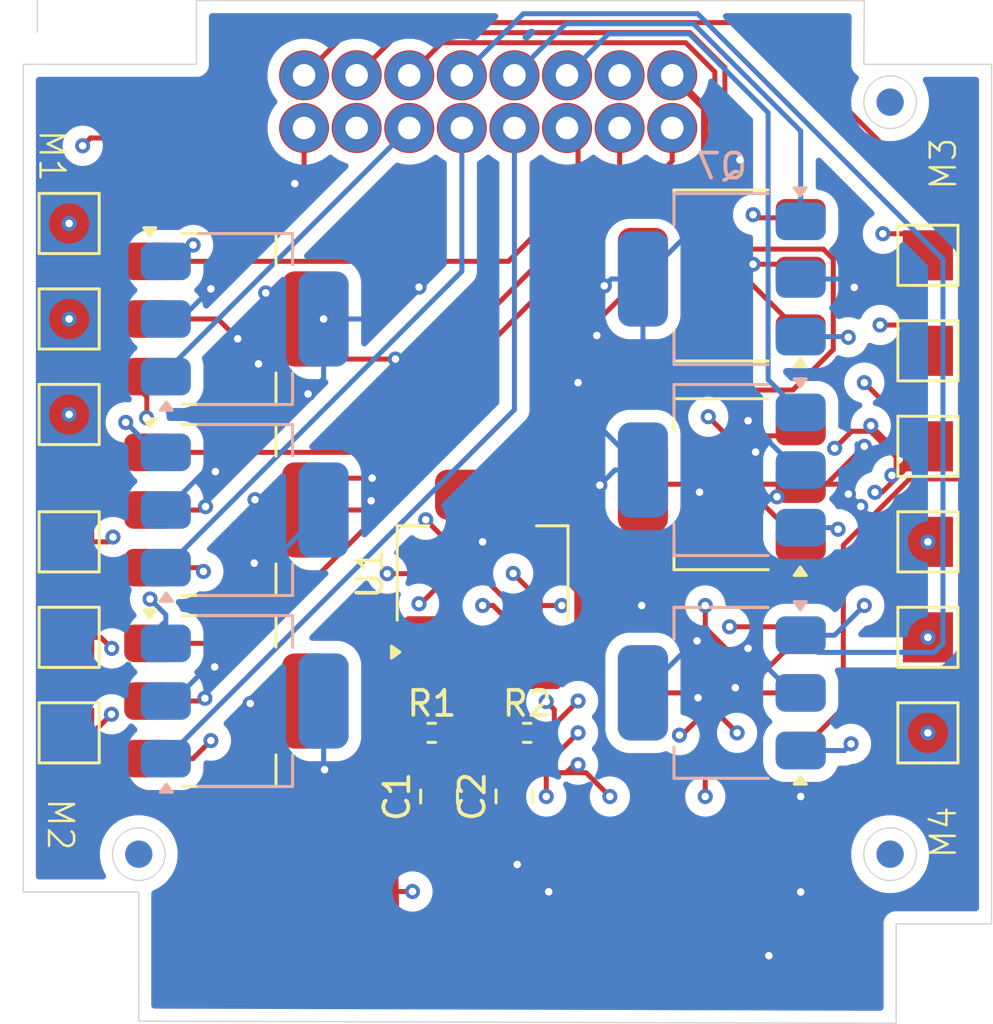
<source format=kicad_pcb>
(kicad_pcb (version 20241229) (generator "pcbnew") (generator_version "9.0")
  (layers (0 "F.Cu" signal) (4 "In1.Cu" signal) (6 "In2.Cu" signal) (8 "In3.Cu" signal) (10 "In4.Cu" signal) (2 "B.Cu" power) (13 "F.Paste" user) (15 "B.Paste" user) (5 "F.SilkS" user "F.Silkscreen") (7 "B.SilkS" user "B.Silkscreen") (1 "F.Mask" user) (3 "B.Mask" user) (25 "Edge.Cuts" user))
  (net 0 "")
  (net 1 "M1-1")
  (net 2 "GND")
  (net 3 "M1-2")
  (net 4 "M1-3")
  (net 5 "M2-1")
  (net 6 "M2-2")
  (net 7 "M2-3")
  (net 8 "M3-1")
  (net 9 "M3-2")
  (net 10 "M3-4")
  (net 11 "M4-1")
  (net 12 "M4-2")
  (net 13 "M4-3")
  (net 14 "+BATT")
  (net 15 "+3.3V")
  (net 16 "Net-(U1-ADJ)")
  (net 18 "PHASE A")
  (net 19 "PHASE B")
  (net 20 "PHASE C")
  (net 21 "PHASE F")
  (net 22 "PHASE D")
  (net 23 "PHASE E")
  (net 24 "PHASE K")
  (net 25 "PHASE I")
  (net 26 "PHASE J")
  (net 27 "PHASE H")
  (net 28 "PHASE G")
  (net 29 "PHASE L")
  (footprint "TestPoint:TestPoint_Pad_2.0x2.0mm" (layer "F.Cu") (at 172.72 96.52)
    (property "Reference" "J10" (hide yes))
    (property "Value" "Conn_01x01_Socket" (hide yes))
  )
  (footprint "Capacitor_SMD:C_0805_2012Metric" (layer "F.Cu") (at 156.21 118.11 90)
    (property "Reference" "C2")
    (property "Value" "C")
  )
  (footprint "TestPoint:TestPoint_Pad_2.0x2.0mm" (layer "F.Cu") (at 138.43 107.95)
    (property "Reference" "J4" (hide yes))
    (property "Value" "Conn_01x01_Socket" (hide yes))
  )
  (footprint "Capacitor_SMD:C_0805_2012Metric" (layer "F.Cu") (at 153.2 118.11 90)
    (property "Reference" "C1")
    (property "Value" "C")
  )
  (footprint "MIC4426YM:100nF Cap is returning!!!!!" (layer "F.Cu") (at 147.81 89.34)
    (property "Reference" "J1" (hide yes))
    (property "Value" "Conn_01x16_Pin" (hide yes))
  )
  (footprint "MIC4426YM:POWERPAD" (layer "F.Cu") (at 148.59 121.92)
    (property "Reference" "J2" (hide yes))
    (property "Value" "Conn_01x01_Socket" (hide yes))
  )
  (footprint "TestPoint:TestPoint_Pad_2.0x2.0mm" (layer "F.Cu") (at 138.43 95.25)
    (property "Reference" "J7" (hide yes))
    (property "Value" "Conn_01x01_Socket" (hide yes))
  )
  (footprint "Package_TO_SOT_SMD:SOT-223-3_TabPin2" (layer "F.Cu") (at 164.49 105.65 180)
    (property "Reference" "Q11" (hide yes))
    (property "Value" "BUK9832-55A" (hide yes))
  )
  (footprint "TestPoint:TestPoint_Pad_2.0x2.0mm" (layer "F.Cu") (at 172.72 115.57)
    (property "Reference" "J11" (hide yes))
    (property "Value" "Conn_01x01_Socket" (hide yes))
  )
  (footprint "MIC4426YM:POWERPAD" (layer "F.Cu") (at 161.29 121.92)
    (property "Reference" "J15" (hide yes))
    (property "Value" "Conn_01x01_Socket" (hide yes))
  )
  (footprint "TestPoint:TestPoint_Pad_2.0x2.0mm" (layer "F.Cu") (at 138.43 99.06)
    (property "Reference" "J6" (hide yes))
    (property "Value" "Conn_01x01_Socket" (hide yes))
  )
  (footprint "TestPoint:TestPoint_Pad_2.0x2.0mm" (layer "F.Cu") (at 172.72 107.95)
    (property "Reference" "J14" (hide yes))
    (property "Value" "Conn_01x01_Socket" (hide yes))
  )
  (footprint "Resistor_SMD:R_0402_1005Metric" (layer "F.Cu") (at 152.91 115.57)
    (property "Reference" "R1")
    (property "Value" "R")
  )
  (footprint "Package_TO_SOT_SMD:SOT-223-3_TabPin2" (layer "F.Cu") (at 154.94 109.22 90)
    (property "Reference" "U1")
    (property "Value" "AMS1117" (hide yes))
  )
  (footprint "TestPoint:TestPoint_Pad_2.0x2.0mm" (layer "F.Cu") (at 138.43 115.57)
    (property "Reference" "J5" (hide yes))
    (property "Value" "Conn_01x01_Socket" (hide yes))
  )
  (footprint "TestPoint:TestPoint_Pad_2.0x2.0mm" (layer "F.Cu") (at 138.43 111.76)
    (property "Reference" "J3" (hide yes))
    (property "Value" "Conn_01x01_Socket" (hide yes))
  )
  (footprint "TestPoint:TestPoint_Pad_2.0x2.0mm" (layer "F.Cu") (at 172.72 111.76)
    (property "Reference" "J9" (hide yes))
    (property "Value" "Conn_01x01_Socket" (hide yes))
  )
  (footprint "TestPoint:TestPoint_Pad_2.0x2.0mm" (layer "F.Cu") (at 138.43 102.87)
    (property "Reference" "J8" (hide yes))
    (property "Value" "Conn_01x01_Socket" (hide yes))
  )
  (footprint "Package_TO_SOT_SMD:SOT-223-3_TabPin2" (layer "F.Cu") (at 144.78 114.3)
    (property "Reference" "Q3" (hide yes))
    (property "Value" "BUK9832-55A" (hide yes))
  )
  (footprint "TestPoint:TestPoint_Pad_2.0x2.0mm" (layer "F.Cu") (at 172.72 100.33)
    (property "Reference" "J12" (hide yes))
    (property "Value" "Conn_01x01_Socket" (hide yes))
  )
  (footprint "TestPoint:TestPoint_Pad_2.0x2.0mm" (layer "F.Cu") (at 172.72 104.14)
    (property "Reference" "J13" (hide yes))
    (property "Value" "Conn_01x01_Socket" (hide yes))
  )
  (footprint "Package_TO_SOT_SMD:SOT-223-3_TabPin2" (layer "F.Cu") (at 164.49 97.325 180)
    (property "Reference" "Q10" (hide yes))
    (property "Value" "BUK9832-55A" (hide yes))
  )
  (footprint "Package_TO_SOT_SMD:SOT-223-3_TabPin2" (layer "F.Cu") (at 164.49 113.975 180)
    (property "Reference" "Q12" (hide yes))
    (property "Value" "BUK9832-55A" (hide yes))
  )
  (footprint "Resistor_SMD:R_0402_1005Metric" (layer "F.Cu") (at 156.72 115.57)
    (property "Reference" "R2")
    (property "Value" "R")
  )
  (footprint "Package_TO_SOT_SMD:SOT-223-3_TabPin2" (layer "F.Cu") (at 144.78 99.06)
    (property "Reference" "Q2" (hide yes))
    (property "Value" "BUK9832-55A" (hide yes))
  )
  (footprint "Package_TO_SOT_SMD:SOT-223-3_TabPin2" (layer "F.Cu") (at 144.78 106.68)
    (property "Reference" "Q1" (hide yes))
    (property "Value" "BUK9832-55A" (hide yes))
  )
  (footprint "Package_TO_SOT_SMD:SOT-223-3_TabPin2" (layer "B.Cu") (at 164.49 97.465 180)
    (property "Reference" "Q7")
    (property "Value" "BUK9832-55A" (hide yes))
  )
  (footprint "Package_TO_SOT_SMD:SOT-223-3_TabPin2" (layer "B.Cu") (at 145.44 106.68)
    (property "Reference" "Q6" (hide yes))
    (property "Value" "BUK9832-55A" (hide yes))
  )
  (footprint "Package_TO_SOT_SMD:SOT-223-3_TabPin2" (layer "B.Cu") (at 164.49 113.975 180)
    (property "Reference" "Q9" (hide yes))
    (property "Value" "BUK9832-55A" (hide yes))
  )
  (footprint "Package_TO_SOT_SMD:SOT-223-3_TabPin2" (layer "B.Cu") (at 145.44 114.3)
    (property "Reference" "Q5" (hide yes))
    (property "Value" "BUK9832-55A" (hide yes))
  )
  (footprint "Package_TO_SOT_SMD:SOT-223-3_TabPin2" (layer "B.Cu") (at 145.44 99.06)
    (property "Reference" "Q4" (hide yes))
    (property "Value" "BUK9832-55A" (hide yes))
  )
  (footprint "Package_TO_SOT_SMD:SOT-223-3_TabPin2" (layer "B.Cu") (at 164.49 105.085 180)
    (property "Reference" "Q8" (hide yes))
    (property "Value" "BUK9832-55A" (hide yes))
  )
  (gr_line (start 175.26 88.9) (end 170.16 88.9) (stroke (width 0.05)) (layer "Edge.Cuts"))
  (gr_line (start 137.16 86.36) (end 137.16 87.63) (stroke (width 0.05)) (layer "Edge.Cuts"))
  (gr_line (start 171.45 125.73) (end 171.45 123.19) (stroke (width 0.05)) (layer "Edge.Cuts"))
  (gr_line (start 137.43 121.92) (end 136.6 121.92) (stroke (width 0.05)) (layer "Edge.Cuts"))
  (gr_line (start 170.16 88.9) (end 170.18 86.36) (stroke (width 0.05)) (layer "Edge.Cuts"))
  (gr_line (start 171.45 127.16) (end 141.21 127.07) (stroke (width 0.05)) (layer "Edge.Cuts"))
  (gr_line (start 137.43 88.9) (end 136.6 88.9) (stroke (width 0.05)) (layer "Edge.Cuts"))
  (gr_circle (center 171.21 120.41) (end 172.26 120.41) (stroke (width 0.05)) (fill no) (layer "Edge.Cuts"))
  (gr_line (start 171.45 123.19) (end 175.26 123.19) (stroke (width 0.05)) (layer "Edge.Cuts"))
  (gr_circle (center 141.21 120.41) (end 142.26 120.41) (stroke (width 0.05)) (fill no) (layer "Edge.Cuts"))
  (gr_circle (center 171.21 90.41) (end 172.26 90.41) (stroke (width 0.05)) (fill no) (layer "Edge.Cuts"))
  (gr_line (start 137.43 121.92) (end 141.21 121.92) (stroke (width 0.05)) (layer "Edge.Cuts"))
  (gr_line (start 143.51 86.36) (end 143.51 88.9) (stroke (width 0.05)) (layer "Edge.Cuts"))
  (gr_line (start 170.18 86.36) (end 143.51 86.36) (stroke (width 0.05)) (layer "Edge.Cuts"))
  (gr_line (start 136.6 88.9) (end 136.6 121.92) (stroke (width 0.05)) (layer "Edge.Cuts"))
  (gr_line (start 141.21 127.07) (end 141.21 125.73) (stroke (width 0.05)) (layer "Edge.Cuts"))
  (gr_line (start 171.45 125.73) (end 171.45 127.16) (stroke (width 0.05)) (layer "Edge.Cuts"))
  (gr_line (start 143.51 88.9) (end 137.16 88.9) (stroke (width 0.05)) (layer "Edge.Cuts"))
  (gr_line (start 175.26 123.19) (end 175.26 88.9) (stroke (width 0.05)) (layer "Edge.Cuts"))
  (gr_line (start 141.21 121.92) (end 141.21 125.73) (stroke (width 0.05)) (layer "Edge.Cuts"))
  (gr_text "M2\n\n" (at 135.89 118.11 270) (layer "F.SilkS") (effects (font (size 1 1) (thickness 0.1)) (justify left bottom)))
  (gr_text "M4\n" (at 173.92 120.65 90) (layer "F.SilkS") (effects (font (size 1 1) (thickness 0.1)) (justify left bottom)))
  (gr_text "M1" (at 137.16 91.44 270) (layer "F.SilkS") (effects (font (size 1 1) (thickness 0.1)) (justify left bottom)))
  (gr_text "M3" (at 173.92 93.98 90) (layer "F.SilkS") (effects (font (size 1 1) (thickness 0.1)) (justify left bottom)))
  (segment (start 141.63 104.38) (end 149.62 104.38) (width 0.2) (layer "F.Cu") (net 1))
  (segment (start 160.41 93.59) (end 160.41 91.44) (width 0.2) (layer "F.Cu") (net 1))
  (segment (start 149.62 104.38) (end 160.41 93.59) (width 0.2) (layer "F.Cu") (net 1))
  (segment (start 161.29 121.92) (end 167.64 121.92) (width 0.2) (layer "F.Cu") (net 2))
  (segment (start 147.93 99.06) (end 148.59 99.06) (width 0.2) (layer "F.Cu") (net 2))
  (segment (start 147.93 106.68) (end 146.26 106.68) (width 0.2) (layer "F.Cu") (net 2))
  (segment (start 141.63 114.3) (end 143.74147 114.3) (width 0.2) (layer "F.Cu") (net 2))
  (segment (start 163.28 105.65) (end 163.6 105.97) (width 0.2) (layer "F.Cu") (net 2))
  (segment (start 167.64 105.65) (end 165.9071 105.65) (width 0.2) (layer "F.Cu") (net 2))
  (segment (start 167.64 97.325) (end 167.190472 96.875472) (width 0.2) (layer "F.Cu") (net 2))
  (segment (start 147.81 91.44) (end 147.81 93.29) (width 0.2) (layer "F.Cu") (net 2))
  (segment (start 161.29 121.92) (end 163.83 121.92) (width 0.2) (layer "F.Cu") (net 2))
  (segment (start 157.59 121.92) (end 157.58 121.91) (width 0.2) (layer "F.Cu") (net 2))
  (segment (start 167.197131 105.65) (end 166.69283 106.154301) (width 0.2) (layer "F.Cu") (net 2))
  (segment (start 149.2 105.41) (end 150.53 105.41) (width 0.2) (layer "F.Cu") (net 2))
  (segment (start 141.63 99.06) (end 144.37 99.06) (width 0.2) (layer "F.Cu") (net 2))
  (segment (start 145.76 114.3) (end 145.66 114.4) (width 0.2) (layer "F.Cu") (net 2))
  (segment (start 141.63 106.68) (end 143.74147 106.68) (width 0.2) (layer "F.Cu") (net 2))
  (segment (start 147.93 106.68) (end 149.2 105.41) (width 0.2) (layer "F.Cu") (net 2))
  (segment (start 156.21 120.71) (end 156.32 120.82) (width 0.2) (layer "F.Cu") (net 2))
  (segment (start 149.529265 100.659265) (end 151.459265 100.659265) (width 0.2) (layer "F.Cu") (net 2))
  (segment (start 147.93 114.3) (end 145.76 114.3) (width 0.2) (layer "F.Cu") (net 2))
  (segment (start 156.21 119.06) (end 156.21 120.71) (width 0.2) (layer "F.Cu") (net 2))
  (segment (start 163.83 121.92) (end 167.64 118.11) (width 0.2) (layer "F.Cu") (net 2))
  (segment (start 146.889265 98.019265) (end 146.279265 98.019265) (width 0.2) (layer "F.Cu") (net 2))
  (segment (start 145.16 99.85) (end 145.16 99.82) (width 0.2) (layer "F.Cu") (net 2))
  (segment (start 159.5 99.165) (end 159.5 99.72) (width 0.2) (layer "F.Cu") (net 2))
  (segment (start 161.34 113.975) (end 163.345 113.975) (width 0.2) (layer "F.Cu") (net 2))
  (segment (start 163.83 121.92) (end 166.37 124.46) (width 0.2) (layer "F.Cu") (net 2))
  (segment (start 167.64 105.65) (end 169.15 105.65) (width 0.2) (layer "F.Cu") (net 2))
  (segment (start 157.236 115.576) (end 157.23 115.57) (width 0.2) (layer "F.Cu") (net 2))
  (segment (start 146.14 100.85) (end 145.99 100.85) (width 0.2) (layer "F.Cu") (net 2))
  (segment (start 161.29 121.92) (end 157.59 121.92) (width 0.2) (layer "F.Cu") (net 2))
  (segment (start 167.64 113.975) (end 165.235 113.975) (width 0.2) (layer "F.Cu") (net 2))
  (segment (start 165.235 113.975) (end 165.03 113.77) (width 0.2) (layer "F.Cu") (net 2))
  (segment (start 147.81 93.29) (end 147.44 93.66) (width 0.2) (layer "F.Cu") (net 2))
  (segment (start 150.121528 106.68) (end 150.488785 106.312743) (width 0.2) (layer "F.Cu") (net 2))
  (segment (start 161.34 105.65) (end 161.34 110.44) (width 0.2) (layer "F.Cu") (net 2))
  (segment (start 161.34 105.65) (end 163.28 105.65) (width 0.2) (layer "F.Cu") (net 2))
  (segment (start 161.34 97.325) (end 159.5 99.165) (width 0.2) (layer "F.Cu") (net 2))
  (segment (start 167.64 105.65) (end 167.197131 105.65) (width 0.2) (layer "F.Cu") (net 2))
  (segment (start 147.93 99.06) (end 146.14 100.85) (width 0.2) (layer "F.Cu") (net 2))
  (segment (start 147.93 99.06) (end 149.529265 100.659265) (width 0.2) (layer "F.Cu") (net 2))
  (segment (start 165.84 105.5829) (end 165.84 104.37) (width 0.2) (layer "F.Cu") (net 2))
  (segment (start 161.34 110.44) (end 161.29 110.49) (width 0.2) (layer "F.Cu") (net 2))
  (segment (start 168.67 105.65) (end 170.18 104.14) (width 0.2) (layer "F.Cu") (net 2))
  (segment (start 143.74147 114.3) (end 143.850735 114.190735) (width 0.2) (layer "F.Cu") (net 2))
  (segment (start 169.15 105.65) (end 170.039285 106.539285) (width 0.2) (layer "F.Cu") (net 2))
  (segment (start 147.93 99.06) (end 146.889265 98.019265) (width 0.2) (layer "F.Cu") (net 2))
  (segment (start 167.190472 96.875472) (end 165.739 96.875472) (width 0.2) (layer "F.Cu") (net 2))
  (segment (start 165.9071 105.65) (end 165.84 105.5829) (width 0.2) (layer "F.Cu") (net 2))
  (segment (start 147.93 106.68) (end 150.121528 106.68) (width 0.2) (layer "F.Cu") (net 2))
  (segment (start 144.37 99.06) (end 145.16 99.85) (width 0.2) (layer "F.Cu") (net 2))
  (segment (start 167.64 105.65) (end 168.67 105.65) (width 0.2) (layer "F.Cu") (net 2))
  (segment (start 163.345 113.975) (end 163.54 114.17) (width 0.2) (layer "F.Cu") (net 2))
  (segment (start 146.26 106.68) (end 145.849265 106.269265) (width 0.2) (layer "F.Cu") (net 2))
  (segment (start 143.74147 106.68) (end 143.875735 106.545735) (width 0.2) (layer "F.Cu") (net 2))
  (via (at 145.66 114.4) (size 0.6) (drill 0.3) (layers "F.Cu" "B.Cu") (net 2))
  (via (at 170.18 104.14) (size 0.6) (drill 0.3) (layers "F.Cu" "B.Cu") (net 2))
  (via (at 145.99 100.85) (size 0.6) (drill 0.3) (layers "F.Cu" "B.Cu") (net 2))
  (via (at 152.4 97.79) (size 0.6) (drill 0.3) (layers "F.Cu" "B.Cu") (net 2))
  (via (at 167.64 121.92) (size 0.6) (drill 0.3) (layers "F.Cu" "B.Cu") (net 2))
  (via (at 165.54 103.12) (size 0.6) (drill 0.3) (layers "F.Cu" "B.Cu") (net 2))
  (via (at 169.545 106.045) (size 0.6) (drill 0.3) (layers "F.Cu" "B.Cu") (net 2))
  (via (at 169.78 97.8) (size 0.6) (drill 0.3) (layers "F.Cu" "B.Cu") (net 2))
  (via (at 144.24 112.94) (size 0.6) (drill 0.3) (layers "F.Cu" "B.Cu") (net 2))
  (via (at 161.29 110.49) (size 0.6) (drill 0.3) (layers "F.Cu" "B.Cu") (net 2))
  (via (at 146.279265 98.019265) (size 0.6) (drill 0.3) (layers "F.Cu" "B.Cu") (net 2))
  (via (at 150.53 105.41) (size 0.6) (drill 0.3) (layers "F.Cu" "B.Cu") (net 2))
  (via (at 165.84 104.37) (size 0.6) (drill 0.3) (layers "F.Cu" "B.Cu") (net 2))
  (via (at 143.850735 114.190735) (size 0.6) (drill 0.3) (layers "F.Cu" "B.Cu") (net 2))
  (via (at 159.5 99.72) (size 0.6) (drill 0.3) (layers "F.Cu" "B.Cu") (net 2))
  (via (at 147.44 93.66) (size 0.6) (drill 0.3) (layers "F.Cu" "B.Cu") (net 2))
  (via (at 145.16 99.85) (size 0.6) (drill 0.3) (layers "F.Cu" "B.Cu") (net 2))
  (via (at 165.739 96.875472) (size 0.6) (drill 0.3) (layers "F.Cu" "B.Cu") (net 2))
  (via (at 166.69283 106.154301) (size 0.6) (drill 0.3) (layers "F.Cu" "B.Cu") (net 2))
  (via (at 147.97 102.05) (size 0.6) (drill 0.3) (layers "F.Cu" "B.Cu") (net 2))
  (via (at 165.03 113.77) (size 0.6) (drill 0.3) (layers "F.Cu" "B.Cu") (net 2))
  (via (at 170.039285 106.539285) (size 0.6) (drill 0.3) (layers "F.Cu" "B.Cu") (net 2))
  (via (at 151.459265 100.659265) (size 0.6) (drill 0.3) (layers "F.Cu" "B.Cu") (net 2))
  (via (at 167.64 118.11) (size 0.6) (drill 0.3) (layers "F.Cu" "B.Cu") (net 2))
  (via (at 158.75 101.6) (size 0.6) (drill 0.3) (layers "F.Cu" "B.Cu") (net 2))
  (via (at 144.27 105.15) (size 0.6) (drill 0.3) (layers "F.Cu" "B.Cu") (net 2))
  (via (at 159.62 105.69) (size 0.6) (drill 0.3) (layers "F.Cu" "B.Cu") (net 2))
  (via (at 154.94 107.95) (size 0.6) (drill 0.3) (layers "F.Cu" "B.Cu") (net 2))
  (via (at 165.54 112.2) (size 0.6) (drill 0.3) (layers "F.Cu" "B.Cu") (net 2))
  (via (at 150.488785 106.312743) (size 0.6) (drill 0.3) (layers "F.Cu" "B.Cu") (net 2))
  (via (at 143.875735 106.545735) (size 0.6) (drill 0.3) (layers "F.Cu" "B.Cu") (net 2))
  (via (at 165.213 92.71) (size 0.6) (drill 0.3) (layers "F.Cu" "B.Cu") (net 2))
  (via (at 163.6 105.97) (size 0.6) (drill 0.3) (layers "F.Cu" "B.Cu") (net 2))
  (via (at 163.54 114.17) (size 0.6) (drill 0.3) (layers "F.Cu" "B.Cu") (net 2))
  (via (at 166.37 124.46) (size 0.6) (drill 0.3) (layers "F.Cu" "B.Cu") (net 2))
  (via (at 144.09 97.86) (size 0.6) (drill 0.3) (layers "F.Cu" "B.Cu") (net 2))
  (via (at 148.59 99.06) (size 0.6) (drill 0.3) (layers "F.Cu" "B.Cu") (net 2))
  (via (at 157.58 121.91) (size 0.6) (drill 0.3) (layers "F.Cu" "B.Cu") (net 2))
  (via (at 163.5 111.9) (size 0.6) (drill 0.3) (layers "F.Cu" "B.Cu") (net 2))
  (via (at 148.63 117.04) (size 0.6) (drill 0.3) (layers "F.Cu" "B.Cu") (net 2))
  (via (at 156.32 120.82) (size 0.6) (drill 0.3) (layers "F.Cu" "B.Cu") (net 2))
  (via (at 159.8 97.74) (size 0.6) (drill 0.3) (layers "F.Cu" "B.Cu") (net 2))
  (via (at 145.849265 106.269265) (size 0.6) (drill 0.3) (layers "F.Cu" "B.Cu") (net 2))
  (via (at 145.82 108.8) (size 0.6) (drill 0.3) (layers "F.Cu" "B.Cu") (net 2))
  (segment (start 161.34 101.55) (end 154.94 107.95) (width 0.2) (layer "B.Cu") (net 2))
  (segment (start 148.59 114.3) (end 148.59 117) (width 0.2) (layer "B.Cu") (net 2))
  (segment (start 142.89 99.06) (end 144.09 97.86) (width 0.2) (layer "B.Cu") (net 2))
  (segment (start 158.75 102.495) (end 158.75 101.6) (width 0.2) (layer "B.Cu") (net 2))
  (segment (start 161.34 97.465) (end 160.075 97.465) (width 0.2) (layer "B.Cu") (net 2))
  (segment (start 161.34 97.465) (end 165.213 93.592) (width 0.2) (layer "B.Cu") (net 2))
  (segment (start 167.64 97.465) (end 169.445 97.465) (width 0.2) (layer "B.Cu") (net 2))
  (segment (start 161.34 97.465) (end 161.34 101.55) (width 0.2) (layer "B.Cu") (net 2))
  (segment (start 142.29 99.06) (end 142.89 99.06) (width 0.2) (layer "B.Cu") (net 2))
  (segment (start 151.13 99.06) (end 152.4 97.79) (width 0.2) (layer "B.Cu") (net 2))
  (segment (start 148.59 101.43) (end 147.97 102.05) (width 0.2) (layer "B.Cu") (net 2))
  (segment (start 143.82 105.15) (end 144.27 105.15) (width 0.2) (layer "B.Cu") (net 2))
  (segment (start 142.59 114.3) (end 142.29 114.3) (width 0.2) (layer "B.Cu") (net 2))
  (segment (start 167.64 113.975) (end 167.315 113.975) (width 0.2) (layer "B.Cu") (net 2))
  (segment (start 167.505 105.085) (end 165.54 103.12) (width 0.2) (layer "B.Cu") (net 2))
  (segment (start 161.34 113.975) (end 163.415 111.9) (width 0.2) (layer "B.Cu") (net 2))
  (segment (start 148.59 106.68) (end 146.47 108.8) (width 0.2) (layer "B.Cu") (net 2))
  (segment (start 160.225 105.085) (end 159.62 105.69) (width 0.2) (layer "B.Cu") (net 2))
  (segment (start 169.445 97.465) (end 169.78 97.8) (width 0.2) (layer "B.Cu") (net 2))
  (segment (start 167.315 113.975) (end 165.54 112.2) (width 0.2) (layer "B.Cu") (net 2))
  (segment (start 144.24 112.94) (end 143.95 112.94) (width 0.2) (layer "B.Cu") (net 2))
  (segment (start 161.34 105.085) (end 160.225 105.085) (width 0.2) (layer "B.Cu") (net 2))
  (segment (start 146.47 108.8) (end 145.82 108.8) (width 0.2) (layer "B.Cu") (net 2))
  (segment (start 148.59 99.06) (end 151.13 99.06) (width 0.2) (layer "B.Cu") (net 2))
  (segment (start 167.64 105.085) (end 167.64 105.65) (width 0.2) (layer "B.Cu") (net 2))
  (segment (start 142.29 106.68) (end 143.82 105.15) (width 0.2) (layer "B.Cu") (net 2))
  (segment (start 165.213 93.592) (end 165.213 92.71) (width 0.2) (layer "B.Cu") (net 2))
  (segment (start 148.59 117) (end 148.63 117.04) (width 0.2) (layer "B.Cu") (net 2))
  (segment (start 148.59 99.06) (end 148.59 101.43) (width 0.2) (layer "B.Cu") (net 2))
  (segment (start 143.95 112.94) (end 142.59 114.3) (width 0.2) (layer "B.Cu") (net 2))
  (segment (start 163.415 111.9) (end 163.5 111.9) (width 0.2) (layer "B.Cu") (net 2))
  (segment (start 161.34 105.085) (end 158.75 102.495) (width 0.2) (layer "B.Cu") (net 2))
  (segment (start 160.075 97.465) (end 159.8 97.74) (width 0.2) (layer "B.Cu") (net 2))
  (segment (start 167.64 105.085) (end 167.505 105.085) (width 0.2) (layer "B.Cu") (net 2))
  (segment (start 141.63 96.76) (end 155.97 96.76) (width 0.2) (layer "F.Cu") (net 3))
  (segment (start 158.75 93.98) (end 158.75 91.88) (width 0.2) (layer "F.Cu") (net 3))
  (segment (start 155.97 96.76) (end 158.75 93.98) (width 0.2) (layer "F.Cu") (net 3))
  (segment (start 158.75 91.88) (end 158.31 91.44) (width 0.2) (layer "F.Cu") (net 3))
  (segment (start 145.650058 112) (end 151.13 106.520058) (width 0.2) (layer "F.Cu") (net 4))
  (segment (start 162.51 92.76) (end 162.51 91.44) (width 0.2) (layer "F.Cu") (net 4))
  (segment (start 151.13 104.14) (end 162.51 92.76) (width 0.2) (layer "F.Cu") (net 4))
  (segment (start 151.13 106.520058) (end 151.13 104.14) (width 0.2) (layer "F.Cu") (net 4))
  (segment (start 141.63 112) (end 145.650058 112) (width 0.2) (layer "F.Cu") (net 4))
  (segment (start 142.29 101.16) (end 152.01 91.44) (width 0.2) (layer "B.Cu") (net 5))
  (segment (start 156.21 102.68) (end 156.21 91.44) (width 0.2) (layer "B.Cu") (net 6))
  (segment (start 142.29 116.6) (end 156.21 102.68) (width 0.2) (layer "B.Cu") (net 6))
  (segment (start 154.11 97.16) (end 154.11 91.44) (width 0.2) (layer "B.Cu") (net 7))
  (segment (start 142.29 108.98) (end 154.11 97.16) (width 0.2) (layer "B.Cu") (net 7))
  (segment (start 167.64 91.563083) (end 163.361417 87.2845) (width 0.2) (layer "B.Cu") (net 8))
  (segment (start 158.2655 87.2845) (end 156.21 89.34) (width 0.2) (layer "B.Cu") (net 8))
  (segment (start 163.361417 87.2845) (end 158.2655 87.2845) (width 0.2) (layer "B.Cu") (net 8))
  (segment (start 167.64 95.165) (end 167.64 91.563083) (width 0.2) (layer "B.Cu") (net 8))
  (segment (start 166.339 90.829183) (end 166.339 101.484) (width 0.2) (layer "B.Cu") (net 9))
  (segment (start 166.339 101.484) (end 167.64 102.785) (width 0.2) (layer "B.Cu") (net 9))
  (segment (start 158.31 89.34) (end 159.9645 87.6855) (width 0.2) (layer "B.Cu") (net 9))
  (segment (start 159.9645 87.6855) (end 163.195317 87.6855) (width 0.2) (layer "B.Cu") (net 9))
  (segment (start 163.195317 87.6855) (end 166.339 90.829183) (width 0.2) (layer "B.Cu") (net 9))
  (via (at 170.18 110.49) (size 0.6) (drill 0.3) (layers "F.Cu" "B.Cu") (net 10))
  (segment (start 173.321 112.008943) (end 173.321 96.676983) (width 0.2) (layer "B.Cu") (net 10))
  (segment (start 168.326 112.361) (end 172.968943 112.361) (width 0.2) (layer "B.Cu") (net 10))
  (segment (start 172.968943 112.361) (end 173.321 112.008943) (width 0.2) (layer "B.Cu") (net 10))
  (segment (start 163.527517 86.8835) (end 156.5665 86.8835) (width 0.2) (layer "B.Cu") (net 10))
  (segment (start 168.995 111.675) (end 170.18 110.49) (width 0.2) (layer "B.Cu") (net 10))
  (segment (start 173.321 96.676983) (end 163.527517 86.8835) (width 0.2) (layer "B.Cu") (net 10))
  (segment (start 156.5665 86.8835) (end 154.11 89.34) (width 0.2) (layer "B.Cu") (net 10))
  (segment (start 167.64 111.675) (end 168.995 111.675) (width 0.2) (layer "B.Cu") (net 10))
  (segment (start 167.64 99.625) (end 164.212 96.197) (width 0.2) (layer "F.Cu") (net 11))
  (segment (start 164.212 89.202108) (end 163.048892 88.039) (width 0.2) (layer "F.Cu") (net 11))
  (segment (start 164.212 96.197) (end 164.212 89.202108) (width 0.2) (layer "F.Cu") (net 11))
  (segment (start 153.311 88.039) (end 152.01 89.34) (width 0.2) (layer "F.Cu") (net 11))
  (segment (start 163.048892 88.039) (end 153.311 88.039) (width 0.2) (layer "F.Cu") (net 11))
  (segment (start 167.64 107.95) (end 161.58355 101.89355) (width 0.2) (layer "F.Cu") (net 12))
  (segment (start 164.8561 96.274) (end 164.613 96.0309) (width 0.2) (layer "F.Cu") (net 12))
  (segment (start 167.327458 101.89355) (end 168.941 100.280008) (width 0.2) (layer "F.Cu") (net 12))
  (segment (start 151.612 87.638) (end 149.91 89.34) (width 0.2) (layer "F.Cu") (net 12))
  (segment (start 164.613 89.036008) (end 163.214992 87.638) (width 0.2) (layer "F.Cu") (net 12))
  (segment (start 164.613 96.0309) (end 164.613 89.036008) (width 0.2) (layer "F.Cu") (net 12))
  (segment (start 161.58355 101.89355) (end 167.327458 101.89355) (width 0.2) (layer "F.Cu") (net 12))
  (segment (start 168.941 96.669992) (end 168.545008 96.274) (width 0.2) (layer "F.Cu") (net 12))
  (segment (start 168.545008 96.274) (end 164.8561 96.274) (width 0.2) (layer "F.Cu") (net 12))
  (segment (start 163.214992 87.638) (end 151.612 87.638) (width 0.2) (layer "F.Cu") (net 12))
  (segment (start 168.941 100.280008) (end 168.941 96.669992) (width 0.2) (layer "F.Cu") (net 12))
  (segment (start 169.342 114.573) (end 169.342 108.0851) (width 0.2) (layer "F.Cu") (net 13))
  (segment (start 167.64 116.275) (end 169.342 114.573) (width 0.2) (layer "F.Cu") (net 13))
  (segment (start 149.913 87.237) (end 147.81 89.34) (width 0.2) (layer "F.Cu") (net 13))
  (segment (start 166.039 87.237) (end 149.913 87.237) (width 0.2) (layer "F.Cu") (net 13))
  (segment (start 174.021 95.219) (end 166.039 87.237) (width 0.2) (layer "F.Cu") (net 13))
  (segment (start 171.9861 105.441) (end 174.021 105.441) (width 0.2) (layer "F.Cu") (net 13))
  (segment (start 174.021 105.441) (end 174.021 95.219) (width 0.2) (layer "F.Cu") (net 13))
  (segment (start 169.342 108.0851) (end 171.9861 105.441) (width 0.2) (layer "F.Cu") (net 13))
  (segment (start 157.24 112.37) (end 155.36 110.49) (width 0.2) (layer "F.Cu") (net 14))
  (segment (start 157.48 117.16) (end 158.28 117.16) (width 0.2) (layer "F.Cu") (net 14))
  (segment (start 156.088242 110.49) (end 154.879121 109.280879) (width 0.2) (layer "F.Cu") (net 14))
  (segment (start 158.36 117.08) (end 158.6 116.84) (width 0.2) (layer "F.Cu") (net 14))
  (segment (start 159.07 117.16) (end 160.02 118.11) (width 0.2) (layer "F.Cu") (net 14))
  (segment (start 156.21 117.16) (end 157.48 117.16) (width 0.2) (layer "F.Cu") (net 14))
  (segment (start 154.879121 109.280879) (end 152.668385 107.070143) (width 0.2) (layer "F.Cu") (net 14))
  (segment (start 157.48 116.84) (end 157.801 116.519) (width 0.2) (layer "F.Cu") (net 14))
  (segment (start 157.801 115.57) (end 157.801 115.249) (width 0.2) (layer "F.Cu") (net 14))
  (segment (start 157.24 112.37) (end 157.24 110.49) (width 0.2) (layer "F.Cu") (net 14))
  (segment (start 154.818242 109.22) (end 153.67 109.22) (width 0.2) (layer "F.Cu") (net 14))
  (segment (start 155.36 110.49) (end 154.94 110.49) (width 0.2) (layer "F.Cu") (net 14))
  (segment (start 157.801 115.57) (end 157.801 114.642) (width 0.2) (layer "F.Cu") (net 14))
  (segment (start 153.67 109.22) (end 151.13 109.22) (width 0.2) (layer "F.Cu") (net 14))
  (segment (start 157.24 110.49) (end 158.1 110.49) (width 0.2) (layer "F.Cu") (net 14))
  (segment (start 157.48 116.84) (end 157.48 118.11) (width 0.2) (layer "F.Cu") (net 14))
  (segment (start 158.6 116.84) (end 158.75 116.84) (width 0.2) (layer "F.Cu") (net 14))
  (segment (start 139.28 91.84) (end 138.97 92.15) (width 0.2) (layer "F.Cu") (net 14))
  (segment (start 151.13 119.38) (end 148.59 121.92) (width 0.2) (layer "F.Cu") (net 14))
  (segment (start 148.61 121.9) (end 152.14 121.9) (width 0.2) (layer "F.Cu") (net 14))
  (segment (start 157.24 110.49) (end 157.24 110.29) (width 0.2) (layer "F.Cu") (net 14))
  (segment (start 157.801 115.249) (end 158.75 114.3) (width 0.2) (layer "F.Cu") (net 14))
  (segment (start 157.801 114.642) (end 157.48 114.321) (width 0.2) (layer "F.Cu") (net 14))
  (segment (start 152.471 110.419) (end 152.4 110.419) (width 0.2) (layer "F.Cu") (net 14))
  (segment (start 154.879121 109.280879) (end 154.818242 109.22) (width 0.2) (layer "F.Cu") (net 14))
  (segment (start 158.28 117.16) (end 158.36 117.08) (width 0.2) (layer "F.Cu") (net 14))
  (segment (start 141.31 91.84) (end 139.28 91.84) (width 0.2) (layer "F.Cu") (net 14))
  (segment (start 157.24 110.29) (end 156.16 109.21) (width 0.2) (layer "F.Cu") (net 14))
  (segment (start 157.801 116.519) (end 157.801 115.57) (width 0.2) (layer "F.Cu") (net 14))
  (segment (start 157.48 117.16) (end 157.48 116.84) (width 0.2) (layer "F.Cu") (net 14))
  (segment (start 157.24 110.49) (end 156.088242 110.49) (width 0.2) (layer "F.Cu") (net 14))
  (segment (start 157.48 117.16) (end 159.07 117.16) (width 0.2) (layer "F.Cu") (net 14))
  (segment (start 148.59 121.92) (end 148.61 121.9) (width 0.2) (layer "F.Cu") (net 14))
  (segment (start 153.67 109.22) (end 152.471 110.419) (width 0.2) (layer "F.Cu") (net 14))
  (segment (start 157.48 116.84) (end 158.75 115.57) (width 0.2) (layer "F.Cu") (net 14))
  (via (at 152.4 110.419) (size 0.6) (drill 0.3) (layers "F.Cu" "B.Cu") (net 14))
  (via (at 152.14 121.9) (size 0.6) (drill 0.3) (layers "F.Cu" "B.Cu") (net 14))
  (via (at 151.13 109.22) (size 0.6) (drill 0.3) (layers "F.Cu" "B.Cu") (net 14))
  (via (at 138.97 92.15) (size 0.6) (drill 0.3) (layers "F.Cu" "B.Cu") (net 14))
  (via (at 156.16 109.21) (size 0.6) (drill 0.3) (layers "F.Cu" "B.Cu") (net 14))
  (via (at 154.94 110.49) (size 0.6) (drill 0.3) (layers "F.Cu" "B.Cu") (net 14))
  (via (at 157.48 118.11) (size 0.6) (drill 0.3) (layers "F.Cu" "B.Cu") (net 14))
  (via (at 158.75 116.84) (size 0.6) (drill 0.3) (layers "F.Cu" "B.Cu") (net 14))
  (via (at 152.668385 107.070143) (size 0.6) (drill 0.3) (layers "F.Cu" "B.Cu") (net 14))
  (via (at 157.48 114.321) (size 0.6) (drill 0.3) (layers "F.Cu" "B.Cu") (net 14))
  (via (at 158.75 115.57) (size 0.6) (drill 0.3) (layers "F.Cu" "B.Cu") (net 14))
  (via (at 158.1 110.49) (size 0.6) (drill 0.3) (layers "F.Cu" "B.Cu") (net 14))
  (via (at 158.75 114.3) (size 0.6) (drill 0.3) (layers "F.Cu" "B.Cu") (net 14))
  (via (at 160.02 118.11) (size 0.6) (drill 0.3) (layers "F.Cu" "B.Cu") (net 14))
  (segment (start 153.639 111.069) (end 154.94 112.37) (width 0.3) (layer "F.Cu") (net 15))
  (segment (start 154.94 106.07) (end 156.84 106.07) (width 0.2) (layer "F.Cu") (net 15))
  (segment (start 158.75 112.816008) (end 158.75 109.88) (width 0.3) (layer "F.Cu") (net 15))
  (segment (start 156.241 113.671) (end 157.895008 113.671) (width 0.3) (layer "F.Cu") (net 15))
  (segment (start 163.811 99.099) (end 163.811 90.641) (width 0.3) (layer "F.Cu") (net 15))
  (segment (start 158.75 109.88) (end 154.94 106.07) (width 0.3) (layer "F.Cu") (net 15))
  (segment (start 152.4 115.57) (end 151.589 114.759) (width 0.3) (layer "F.Cu") (net 15))
  (segment (start 162.51 89.34) (end 163.811 90.641) (width 0.3) (layer "F.Cu") (net 15))
  (segment (start 153.2 117.16) (end 153.2 116.37) (width 0.3) (layer "F.Cu") (net 15))
  (segment (start 151.984992 111.069) (end 153.639 111.069) (width 0.3) (layer "F.Cu") (net 15))
  (segment (start 151.589 114.759) (end 151.589 111.464992) (width 0.3) (layer "F.Cu") (net 15))
  (segment (start 157.895008 113.671) (end 158.75 112.816008) (width 0.3) (layer "F.Cu") (net 15))
  (segment (start 151.589 111.464992) (end 151.984992 111.069) (width 0.3) (layer "F.Cu") (net 15))
  (segment (start 154.94 112.37) (end 156.241 113.671) (width 0.3) (layer "F.Cu") (net 15))
  (segment (start 156.84 106.07) (end 163.811 99.099) (width 0.3) (layer "F.Cu") (net 15))
  (segment (start 153.2 116.37) (end 152.4 115.57) (width 0.3) (layer "F.Cu") (net 15))
  (segment (start 152.64 112.37) (end 152.64 114.79) (width 0.2) (layer "F.Cu") (net 16))
  (segment (start 153.42 115.57) (end 156.21 115.57) (width 0.2) (layer "F.Cu") (net 16))
  (segment (start 152.64 114.79) (end 153.42 115.57) (width 0.2) (layer "F.Cu") (net 16))
  (segment (start 143.64 108.98) (end 143.79 109.13) (width 0.2) (layer "F.Cu") (net 18))
  (segment (start 138.43 111.76) (end 139.6887 111.76) (width 0.2) (layer "F.Cu") (net 18))
  (segment (start 139.6887 111.76) (end 140.13 112.2013) (width 0.2) (layer "F.Cu") (net 18))
  (segment (start 141.63 108.98) (end 143.64 108.98) (width 0.2) (layer "F.Cu") (net 18))
  (via (at 143.79 109.13) (size 0.6) (drill 0.3) (layers "F.Cu" "B.Cu") (net 18))
  (via (at 140.13 112.2013) (size 0.6) (drill 0.3) (layers "F.Cu" "B.Cu") (net 18))
  (segment (start 141.531057 102.161) (end 141.180028 101.809971) (width 0.2) (layer "F.Cu") (net 19))
  (segment (start 141.531057 102.988943) (end 141.52 103) (width 0.2) (layer "F.Cu") (net 19))
  (segment (start 141.531057 102.161) (end 141.531057 102.988943) (width 0.2) (layer "F.Cu") (net 19))
  (segment (start 139.99 107.95) (end 140.18 107.76) (width 0.2) (layer "F.Cu") (net 19))
  (segment (start 138.43 107.95) (end 139.99 107.95) (width 0.2) (layer "F.Cu") (net 19))
  (via (at 141.52 103) (size 0.6) (drill 0.3) (layers "F.Cu" "B.Cu") (net 19))
  (via (at 140.18 107.76) (size 0.6) (drill 0.3) (layers "F.Cu" "B.Cu") (net 19))
  (segment (start 139.38 115.57) (end 140.12 114.83) (width 0.2) (layer "F.Cu") (net 20))
  (segment (start 141.179 116.551057) (end 141.179 116.6) (width 0.2) (layer "F.Cu") (net 20))
  (segment (start 141.63 116.6) (end 143.37 116.6) (width 0.2) (layer "F.Cu") (net 20))
  (segment (start 143.37 116.6) (end 144.09 115.88) (width 0.2) (layer "F.Cu") (net 20))
  (segment (start 138.43 115.57) (end 139.38 115.57) (width 0.2) (layer "F.Cu") (net 20))
  (via (at 140.12 114.83) (size 0.6) (drill 0.3) (layers "F.Cu" "B.Cu") (net 20))
  (via (at 144.09 115.88) (size 0.6) (drill 0.3) (layers "F.Cu" "B.Cu") (net 20))
  (via (at 138.43 99.06) (size 0.6) (drill 0.3) (layers "F.Cu" "B.Cu") (net 21))
  (via (at 140.689042 103.185698) (size 0.6) (drill 0.3) (layers "F.Cu" "B.Cu") (net 21))
  (segment (start 141.883344 104.38) (end 140.689042 103.185698) (width 0.2) (layer "B.Cu") (net 21))
  (segment (start 142.29 104.38) (end 141.883344 104.38) (width 0.2) (layer "B.Cu") (net 21))
  (via (at 143.38 96.11) (size 0.6) (drill 0.3) (layers "F.Cu" "B.Cu") (net 22))
  (via (at 138.43 95.25) (size 0.6) (drill 0.3) (layers "F.Cu" "B.Cu") (net 22))
  (segment (start 142.73 96.76) (end 143.38 96.11) (width 0.2) (layer "B.Cu") (net 22))
  (segment (start 142.29 96.76) (end 142.73 96.76) (width 0.2) (layer "B.Cu") (net 22))
  (via (at 138.43 102.87) (size 0.6) (drill 0.3) (layers "F.Cu" "B.Cu") (net 23))
  (via (at 141.66 110.23) (size 0.6) (drill 0.3) (layers "F.Cu" "B.Cu") (net 23))
  (segment (start 142.29 112) (end 142.29 110.86) (width 0.2) (layer "B.Cu") (net 23))
  (segment (start 142.191057 111.199) (end 141.840028 111.550029) (width 0.2) (layer "B.Cu") (net 23))
  (segment (start 142.29 110.86) (end 141.66 110.23) (width 0.2) (layer "B.Cu") (net 23))
  (via (at 169.131784 107.446787) (size 0.6) (drill 0.3) (layers "F.Cu" "B.Cu") (net 24))
  (via (at 172.72 111.76) (size 0.6) (drill 0.3) (layers "F.Cu" "B.Cu") (net 24))
  (segment (start 169.069997 107.385) (end 169.131784 107.446787) (width 0.2) (layer "B.Cu") (net 24))
  (segment (start 167.64 107.385) (end 169.069997 107.385) (width 0.2) (layer "B.Cu") (net 24))
  (segment (start 172.72 96.52) (end 171.86 95.66) (width 0.2) (layer "F.Cu") (net 25))
  (segment (start 167.64 95.025) (end 165.864 95.025) (width 0.2) (layer "F.Cu") (net 25))
  (segment (start 171.86 95.66) (end 170.92 95.66) (width 0.2) (layer "F.Cu") (net 25))
  (segment (start 165.864 95.025) (end 165.739 94.9) (width 0.2) (layer "F.Cu") (net 25))
  (via (at 165.739 94.9) (size 0.6) (drill 0.3) (layers "F.Cu" "B.Cu") (net 25))
  (via (at 170.92 95.66) (size 0.6) (drill 0.3) (layers "F.Cu" "B.Cu") (net 25))
  (via (at 169.65 116.01) (size 0.6) (drill 0.3) (layers "F.Cu" "B.Cu") (net 26))
  (via (at 172.72 115.57) (size 0.6) (drill 0.3) (layers "F.Cu" "B.Cu") (net 26))
  (segment (start 167.64 116.275) (end 169.385 116.275) (width 0.2) (layer "B.Cu") (net 26))
  (segment (start 169.385 116.275) (end 169.65 116.01) (width 0.2) (layer "B.Cu") (net 26))
  (segment (start 167.269 103.721) (end 164.711 103.721) (width 0.2) (layer "F.Cu") (net 27))
  (segment (start 172.72 100.33) (end 171.69 99.3) (width 0.2) (layer "F.Cu") (net 27))
  (segment (start 164.711 103.721) (end 163.95 102.96) (width 0.2) (layer "F.Cu") (net 27))
  (segment (start 171.69 99.3) (end 170.81 99.3) (width 0.2) (layer "F.Cu") (net 27))
  (segment (start 167.64 103.35) (end 167.269 103.721) (width 0.2) (layer "F.Cu") (net 27))
  (via (at 170.81 99.3) (size 0.6) (drill 0.3) (layers "F.Cu" "B.Cu") (net 27))
  (via (at 163.95 102.96) (size 0.6) (drill 0.3) (layers "F.Cu" "B.Cu") (net 27))
  (segment (start 165.1 112.650057) (end 163.83 111.380057) (width 0.2) (layer "F.Cu") (net 28))
  (segment (start 167.64 111.675) (end 167.305 111.34) (width 0.2) (layer "F.Cu") (net 28))
  (segment (start 164.429 114.899) (end 165.1 115.57) (width 0.2) (layer "F.Cu") (net 28))
  (segment (start 172.72 104.14) (end 172.438571 104.14) (width 0.2) (layer "F.Cu") (net 28))
  (segment (start 170.428943 103.539) (end 169.673932 103.539) (width 0.2) (layer "F.Cu") (net 28))
  (segment (start 172.438571 104.14) (end 171.279654 105.298917) (width 0.2) (layer "F.Cu") (net 28))
  (segment (start 162.897085 115.662858) (end 162.799929 115.662858) (width 0.2) (layer "F.Cu") (net 28))
  (segment (start 167.305 111.34) (end 164.8 111.34) (width 0.2) (layer "F.Cu") (net 28))
  (segment (start 172.72 104.14) (end 171.45 105.41) (width 0.2) (layer "F.Cu") (net 28))
  (segment (start 164.429 113.521057) (end 164.429 114.899) (width 0.2) (layer "F.Cu") (net 28))
  (segment (start 171.45 105.41) (end 171.45 104.560057) (width 0.2) (layer "F.Cu") (net 28))
  (segment (start 163.83 115.498) (end 163.83 118.11) (width 0.2) (layer "F.Cu") (net 28))
  (segment (start 164.781057 113.169) (end 164.429 113.521057) (width 0.2) (layer "F.Cu") (net 28))
  (segment (start 171.27 104.14) (end 170.44 103.31) (width 0.2) (layer "F.Cu") (net 28))
  (segment (start 165.1 112.650057) (end 164.141 113.609057) (width 0.2) (layer "F.Cu") (net 28))
  (segment (start 169.673932 103.539) (end 168.994699 104.218233) (width 0.2) (layer "F.Cu") (net 28))
  (segment (start 170.886402 105.973598) (end 170.604972 105.973598) (width 0.2) (layer "F.Cu") (net 28))
  (segment (start 163.83 111.380057) (end 163.83 110.49) (width 0.2) (layer "F.Cu") (net 28))
  (segment (start 167.64 111.675) (end 166.146 113.169) (width 0.2) (layer "F.Cu") (net 28))
  (segment (start 172.72 104.14) (end 170.18 101.6) (width 0.2) (layer "F.Cu") (net 28))
  (segment (start 164.141 114.418943) (end 162.897085 115.662858) (width 0.2) (layer "F.Cu") (net 28))
  (segment (start 165.1 113.169) (end 164.781057 113.169) (width 0.2) (layer "F.Cu") (net 28))
  (segment (start 171.45 104.560057) (end 170.428943 103.539) (width 0.2) (layer "F.Cu") (net 28))
  (segment (start 171.45 105.41) (end 170.886402 105.973598) (width 0.2) (layer "F.Cu") (net 28))
  (segment (start 164.141 113.609057) (end 164.141 114.418943) (width 0.2) (layer "F.Cu") (net 28))
  (segment (start 172.72 104.14) (end 171.27 104.14) (width 0.2) (layer "F.Cu") (net 28))
  (segment (start 165.1 113.169) (end 165.1 112.650057) (width 0.2) (layer "F.Cu") (net 28))
  (segment (start 166.146 113.169) (end 165.1 113.169) (width 0.2) (layer "F.Cu") (net 28))
  (segment (start 164.429 114.899) (end 163.83 115.498) (width 0.2) (layer "F.Cu") (net 28))
  (via (at 170.604972 105.973598) (size 0.6) (drill 0.3) (layers "F.Cu" "B.Cu") (net 28))
  (via (at 168.994699 104.218233) (size 0.6) (drill 0.3) (layers "F.Cu" "B.Cu") (net 28))
  (via (at 163.83 110.49) (size 0.6) (drill 0.3) (layers "F.Cu" "B.Cu") (net 28))
  (via (at 171.279654 105.298917) (size 0.6) (drill 0.3) (layers "F.Cu" "B.Cu") (net 28))
  (via (at 170.18 101.6) (size 0.6) (drill 0.3) (layers "F.Cu" "B.Cu") (net 28))
  (via (at 164.8 111.34) (size 0.6) (drill 0.3) (layers "F.Cu" "B.Cu") (net 28))
  (via (at 165.1 115.57) (size 0.6) (drill 0.3) (layers "F.Cu" "B.Cu") (net 28))
  (via (at 162.799929 115.662858) (size 0.6) (drill 0.3) (layers "F.Cu" "B.Cu") (net 28))
  (via (at 163.83 118.11) (size 0.6) (drill 0.3) (layers "F.Cu" "B.Cu") (net 28))
  (via (at 170.44 103.31) (size 0.6) (drill 0.3) (layers "F.Cu" "B.Cu") (net 28))
  (via (at 169.541 99.79) (size 0.6) (drill 0.3) (layers "F.Cu" "B.Cu") (net 29))
  (via (at 172.72 107.95) (size 0.6) (drill 0.3) (layers "F.Cu" "B.Cu") (net 29))
  (segment (start 169.516 99.765) (end 169.541 99.79) (width 0.2) (layer "B.Cu") (net 29))
  (segment (start 167.64 99.765) (end 169.516 99.765) (width 0.2) (layer "B.Cu") (net 29))
  (zone (net 2) (net_name "GND") (layer "B.Cu") (priority 2) (connect_pads no (clearance 0.5)) (min_thickness 0.25) (fill yes (thermal_gap 0.5) (thermal_bridge_width 0.5) (island_removal_mode 1) (island_area_min 10))
    (polygon (pts (xy 171.44 127.09) (xy 171.49 123.19) (xy 175.34 123.19) (xy 175.28 88.85) (xy 170.33 88.77) (xy 170.1 86.52) (xy 143.38 86.37) (xy 143.46 88.92) (xy 136.57 88.77) (xy 136.49 121.83) (xy 141.14 121.91) (xy 141.22 127.02) (xy 171.43 127.09)))
  )
)
</source>
